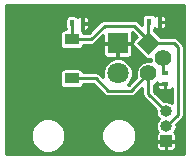
<source format=gbr>
G04 #@! TF.FileFunction,Copper,L2,Bot,Signal*
%FSLAX46Y46*%
G04 Gerber Fmt 4.6, Leading zero omitted, Abs format (unit mm)*
G04 Created by KiCad (PCBNEW 4.0.7-e2-6376~58~ubuntu16.04.1) date Sat Mar 17 19:01:17 2018*
%MOMM*%
%LPD*%
G01*
G04 APERTURE LIST*
%ADD10C,0.050000*%
%ADD11C,1.400000*%
%ADD12R,1.800000X1.800000*%
%ADD13C,1.800000*%
%ADD14R,1.000000X1.000000*%
%ADD15O,1.000000X1.000000*%
%ADD16R,0.400000X0.600000*%
%ADD17R,0.600000X0.400000*%
%ADD18R,1.200000X0.900000*%
%ADD19C,0.250000*%
G04 APERTURE END LIST*
D10*
G36*
X113000000Y-108710051D02*
X113989949Y-109700000D01*
X113000000Y-110689949D01*
X112010051Y-109700000D01*
X113000000Y-108710051D01*
X113000000Y-108710051D01*
G37*
D11*
X114270000Y-110970000D03*
X113000000Y-112240000D03*
D12*
X110400000Y-109700000D03*
D13*
X110400000Y-112240000D03*
D14*
X114500000Y-118000000D03*
D15*
X114500000Y-116730000D03*
X114500000Y-115460000D03*
D16*
X113050000Y-107900000D03*
X113950000Y-107900000D03*
D17*
X114400000Y-113150000D03*
X114400000Y-112250000D03*
D16*
X106550000Y-108000000D03*
X107450000Y-108000000D03*
D18*
X106500000Y-109350000D03*
X106500000Y-112650000D03*
D19*
X114500000Y-115460000D02*
X114460000Y-115460000D01*
X114460000Y-115460000D02*
X113000000Y-114000000D01*
X113000000Y-114000000D02*
X113000000Y-112240000D01*
X106500000Y-112650000D02*
X108550000Y-112650000D01*
X111540000Y-113700000D02*
X113000000Y-112240000D01*
X109600000Y-113700000D02*
X111540000Y-113700000D01*
X108550000Y-112650000D02*
X109600000Y-113700000D01*
X113000000Y-109700000D02*
X115200000Y-109700000D01*
X115500000Y-115730000D02*
X114500000Y-116730000D01*
X115500000Y-110000000D02*
X115500000Y-115730000D01*
X115200000Y-109700000D02*
X115500000Y-110000000D01*
X106500000Y-109350000D02*
X108150000Y-109350000D01*
X111800000Y-108200000D02*
X113000000Y-109400000D01*
X109300000Y-108200000D02*
X111800000Y-108200000D01*
X108150000Y-109350000D02*
X109300000Y-108200000D01*
X113000000Y-109700000D02*
X113000000Y-107950000D01*
X113000000Y-107950000D02*
X113050000Y-107900000D01*
X106550000Y-108000000D02*
X106550000Y-109300000D01*
X106550000Y-109300000D02*
X106500000Y-109350000D01*
X114270000Y-110970000D02*
X114270000Y-112120000D01*
X114270000Y-112120000D02*
X114400000Y-112250000D01*
G36*
X116050000Y-119050000D02*
X100950000Y-119050000D01*
X100950000Y-117792108D01*
X103024744Y-117792108D01*
X103248827Y-118334429D01*
X103663389Y-118749715D01*
X104205317Y-118974743D01*
X104792108Y-118975256D01*
X105334429Y-118751173D01*
X105749715Y-118336611D01*
X105974743Y-117794683D01*
X105974745Y-117792108D01*
X109024744Y-117792108D01*
X109248827Y-118334429D01*
X109663389Y-118749715D01*
X110205317Y-118974743D01*
X110792108Y-118975256D01*
X111334429Y-118751173D01*
X111749715Y-118336611D01*
X111845369Y-118106250D01*
X113675000Y-118106250D01*
X113675000Y-118564647D01*
X113724479Y-118684098D01*
X113815903Y-118775522D01*
X113935354Y-118825000D01*
X114393750Y-118825000D01*
X114475000Y-118743750D01*
X114475000Y-118025000D01*
X114525000Y-118025000D01*
X114525000Y-118743750D01*
X114606250Y-118825000D01*
X115064646Y-118825000D01*
X115184097Y-118775522D01*
X115275521Y-118684098D01*
X115325000Y-118564647D01*
X115325000Y-118106250D01*
X115243750Y-118025000D01*
X114525000Y-118025000D01*
X114475000Y-118025000D01*
X113756250Y-118025000D01*
X113675000Y-118106250D01*
X111845369Y-118106250D01*
X111974743Y-117794683D01*
X111975256Y-117207892D01*
X111751173Y-116665571D01*
X111336611Y-116250285D01*
X110794683Y-116025257D01*
X110207892Y-116024744D01*
X109665571Y-116248827D01*
X109250285Y-116663389D01*
X109025257Y-117205317D01*
X109024744Y-117792108D01*
X105974745Y-117792108D01*
X105975256Y-117207892D01*
X105751173Y-116665571D01*
X105336611Y-116250285D01*
X104794683Y-116025257D01*
X104207892Y-116024744D01*
X103665571Y-116248827D01*
X103250285Y-116663389D01*
X103025257Y-117205317D01*
X103024744Y-117792108D01*
X100950000Y-117792108D01*
X100950000Y-108900000D01*
X105517654Y-108900000D01*
X105517654Y-109800000D01*
X105543802Y-109938966D01*
X105625931Y-110066599D01*
X105751246Y-110152223D01*
X105900000Y-110182346D01*
X107100000Y-110182346D01*
X107238966Y-110156198D01*
X107366599Y-110074069D01*
X107452223Y-109948754D01*
X107472221Y-109850000D01*
X108150000Y-109850000D01*
X108341342Y-109811940D01*
X108349857Y-109806250D01*
X109175000Y-109806250D01*
X109175000Y-110664646D01*
X109224478Y-110784097D01*
X109315902Y-110875521D01*
X109435353Y-110925000D01*
X110293750Y-110925000D01*
X110375000Y-110843750D01*
X110375000Y-109725000D01*
X110425000Y-109725000D01*
X110425000Y-110843750D01*
X110506250Y-110925000D01*
X111364647Y-110925000D01*
X111484098Y-110875521D01*
X111575522Y-110784097D01*
X111625000Y-110664646D01*
X111625000Y-109806250D01*
X111543750Y-109725000D01*
X110425000Y-109725000D01*
X110375000Y-109725000D01*
X109256250Y-109725000D01*
X109175000Y-109806250D01*
X108349857Y-109806250D01*
X108503553Y-109703553D01*
X109175000Y-109032107D01*
X109175000Y-109593750D01*
X109256250Y-109675000D01*
X110375000Y-109675000D01*
X110375000Y-109655000D01*
X110425000Y-109655000D01*
X110425000Y-109675000D01*
X111543750Y-109675000D01*
X111625000Y-109593750D01*
X111625000Y-108735354D01*
X111622703Y-108729810D01*
X112031113Y-109138220D01*
X111739692Y-109429641D01*
X111659917Y-109546394D01*
X111627741Y-109694718D01*
X111655807Y-109843874D01*
X111739692Y-109970359D01*
X112729641Y-110960308D01*
X112846394Y-111040083D01*
X112994718Y-111072259D01*
X113143874Y-111044193D01*
X113194965Y-111010310D01*
X113194829Y-111165170D01*
X112787107Y-111164814D01*
X112391857Y-111328128D01*
X112089191Y-111630267D01*
X111925187Y-112025231D01*
X111924814Y-112452893D01*
X111970188Y-112562706D01*
X111332894Y-113200000D01*
X111243021Y-113200000D01*
X111480262Y-112963173D01*
X111674778Y-112494726D01*
X111675221Y-111987499D01*
X111481523Y-111518714D01*
X111123173Y-111159738D01*
X110654726Y-110965222D01*
X110147499Y-110964779D01*
X109678714Y-111158477D01*
X109319738Y-111516827D01*
X109125222Y-111985274D01*
X109124779Y-112492501D01*
X109142503Y-112535397D01*
X108903553Y-112296447D01*
X108741342Y-112188060D01*
X108550000Y-112150000D01*
X107472938Y-112150000D01*
X107456198Y-112061034D01*
X107374069Y-111933401D01*
X107248754Y-111847777D01*
X107100000Y-111817654D01*
X105900000Y-111817654D01*
X105761034Y-111843802D01*
X105633401Y-111925931D01*
X105547777Y-112051246D01*
X105517654Y-112200000D01*
X105517654Y-113100000D01*
X105543802Y-113238966D01*
X105625931Y-113366599D01*
X105751246Y-113452223D01*
X105900000Y-113482346D01*
X107100000Y-113482346D01*
X107238966Y-113456198D01*
X107366599Y-113374069D01*
X107452223Y-113248754D01*
X107472221Y-113150000D01*
X108342894Y-113150000D01*
X109246446Y-114053553D01*
X109408658Y-114161940D01*
X109600000Y-114200000D01*
X111540000Y-114200000D01*
X111731342Y-114161940D01*
X111893553Y-114053553D01*
X112500000Y-113447106D01*
X112500000Y-114000000D01*
X112532212Y-114161940D01*
X112538060Y-114191342D01*
X112646447Y-114353553D01*
X113631921Y-115339027D01*
X113607858Y-115460000D01*
X113674463Y-115794848D01*
X113864140Y-116078718D01*
X113888508Y-116095000D01*
X113864140Y-116111282D01*
X113674463Y-116395152D01*
X113607858Y-116730000D01*
X113674463Y-117064848D01*
X113795055Y-117245326D01*
X113724479Y-117315902D01*
X113675000Y-117435353D01*
X113675000Y-117893750D01*
X113756250Y-117975000D01*
X114475000Y-117975000D01*
X114475000Y-117955000D01*
X114525000Y-117955000D01*
X114525000Y-117975000D01*
X115243750Y-117975000D01*
X115325000Y-117893750D01*
X115325000Y-117435353D01*
X115275521Y-117315902D01*
X115204945Y-117245326D01*
X115325537Y-117064848D01*
X115392142Y-116730000D01*
X115361443Y-116575664D01*
X115853554Y-116083553D01*
X115961764Y-115921605D01*
X115961940Y-115921342D01*
X116000000Y-115730000D01*
X116000000Y-110000000D01*
X115961940Y-109808658D01*
X115853553Y-109646447D01*
X115553553Y-109346447D01*
X115391342Y-109238060D01*
X115200000Y-109200000D01*
X114030667Y-109200000D01*
X113500000Y-108669333D01*
X113500000Y-108484750D01*
X113516599Y-108474069D01*
X113536023Y-108445642D01*
X113565903Y-108475522D01*
X113685354Y-108525000D01*
X113843750Y-108525000D01*
X113925000Y-108443750D01*
X113925000Y-107925000D01*
X113975000Y-107925000D01*
X113975000Y-108443750D01*
X114056250Y-108525000D01*
X114214646Y-108525000D01*
X114334097Y-108475522D01*
X114425521Y-108384098D01*
X114475000Y-108264647D01*
X114475000Y-108006250D01*
X114393750Y-107925000D01*
X113975000Y-107925000D01*
X113925000Y-107925000D01*
X113905000Y-107925000D01*
X113905000Y-107875000D01*
X113925000Y-107875000D01*
X113925000Y-107356250D01*
X113975000Y-107356250D01*
X113975000Y-107875000D01*
X114393750Y-107875000D01*
X114475000Y-107793750D01*
X114475000Y-107535353D01*
X114425521Y-107415902D01*
X114334097Y-107324478D01*
X114214646Y-107275000D01*
X114056250Y-107275000D01*
X113975000Y-107356250D01*
X113925000Y-107356250D01*
X113843750Y-107275000D01*
X113685354Y-107275000D01*
X113565903Y-107324478D01*
X113536955Y-107353426D01*
X113524069Y-107333401D01*
X113398754Y-107247777D01*
X113250000Y-107217654D01*
X112850000Y-107217654D01*
X112711034Y-107243802D01*
X112583401Y-107325931D01*
X112497777Y-107451246D01*
X112467654Y-107600000D01*
X112467654Y-108160548D01*
X112153553Y-107846447D01*
X111991342Y-107738060D01*
X111800000Y-107700000D01*
X109300000Y-107700000D01*
X109108658Y-107738060D01*
X109043686Y-107781474D01*
X108946447Y-107846446D01*
X107942894Y-108850000D01*
X107472938Y-108850000D01*
X107456198Y-108761034D01*
X107374069Y-108633401D01*
X107351066Y-108617684D01*
X107425000Y-108543750D01*
X107425000Y-108025000D01*
X107475000Y-108025000D01*
X107475000Y-108543750D01*
X107556250Y-108625000D01*
X107714646Y-108625000D01*
X107834097Y-108575522D01*
X107925521Y-108484098D01*
X107975000Y-108364647D01*
X107975000Y-108106250D01*
X107893750Y-108025000D01*
X107475000Y-108025000D01*
X107425000Y-108025000D01*
X107405000Y-108025000D01*
X107405000Y-107975000D01*
X107425000Y-107975000D01*
X107425000Y-107456250D01*
X107475000Y-107456250D01*
X107475000Y-107975000D01*
X107893750Y-107975000D01*
X107975000Y-107893750D01*
X107975000Y-107635353D01*
X107925521Y-107515902D01*
X107834097Y-107424478D01*
X107714646Y-107375000D01*
X107556250Y-107375000D01*
X107475000Y-107456250D01*
X107425000Y-107456250D01*
X107343750Y-107375000D01*
X107185354Y-107375000D01*
X107065903Y-107424478D01*
X107036955Y-107453426D01*
X107024069Y-107433401D01*
X106898754Y-107347777D01*
X106750000Y-107317654D01*
X106350000Y-107317654D01*
X106211034Y-107343802D01*
X106083401Y-107425931D01*
X105997777Y-107551246D01*
X105967654Y-107700000D01*
X105967654Y-108300000D01*
X105993802Y-108438966D01*
X106044436Y-108517654D01*
X105900000Y-108517654D01*
X105761034Y-108543802D01*
X105633401Y-108625931D01*
X105547777Y-108751246D01*
X105517654Y-108900000D01*
X100950000Y-108900000D01*
X100950000Y-106450000D01*
X116050000Y-106450000D01*
X116050000Y-119050000D01*
X116050000Y-119050000D01*
G37*
X116050000Y-119050000D02*
X100950000Y-119050000D01*
X100950000Y-117792108D01*
X103024744Y-117792108D01*
X103248827Y-118334429D01*
X103663389Y-118749715D01*
X104205317Y-118974743D01*
X104792108Y-118975256D01*
X105334429Y-118751173D01*
X105749715Y-118336611D01*
X105974743Y-117794683D01*
X105974745Y-117792108D01*
X109024744Y-117792108D01*
X109248827Y-118334429D01*
X109663389Y-118749715D01*
X110205317Y-118974743D01*
X110792108Y-118975256D01*
X111334429Y-118751173D01*
X111749715Y-118336611D01*
X111845369Y-118106250D01*
X113675000Y-118106250D01*
X113675000Y-118564647D01*
X113724479Y-118684098D01*
X113815903Y-118775522D01*
X113935354Y-118825000D01*
X114393750Y-118825000D01*
X114475000Y-118743750D01*
X114475000Y-118025000D01*
X114525000Y-118025000D01*
X114525000Y-118743750D01*
X114606250Y-118825000D01*
X115064646Y-118825000D01*
X115184097Y-118775522D01*
X115275521Y-118684098D01*
X115325000Y-118564647D01*
X115325000Y-118106250D01*
X115243750Y-118025000D01*
X114525000Y-118025000D01*
X114475000Y-118025000D01*
X113756250Y-118025000D01*
X113675000Y-118106250D01*
X111845369Y-118106250D01*
X111974743Y-117794683D01*
X111975256Y-117207892D01*
X111751173Y-116665571D01*
X111336611Y-116250285D01*
X110794683Y-116025257D01*
X110207892Y-116024744D01*
X109665571Y-116248827D01*
X109250285Y-116663389D01*
X109025257Y-117205317D01*
X109024744Y-117792108D01*
X105974745Y-117792108D01*
X105975256Y-117207892D01*
X105751173Y-116665571D01*
X105336611Y-116250285D01*
X104794683Y-116025257D01*
X104207892Y-116024744D01*
X103665571Y-116248827D01*
X103250285Y-116663389D01*
X103025257Y-117205317D01*
X103024744Y-117792108D01*
X100950000Y-117792108D01*
X100950000Y-108900000D01*
X105517654Y-108900000D01*
X105517654Y-109800000D01*
X105543802Y-109938966D01*
X105625931Y-110066599D01*
X105751246Y-110152223D01*
X105900000Y-110182346D01*
X107100000Y-110182346D01*
X107238966Y-110156198D01*
X107366599Y-110074069D01*
X107452223Y-109948754D01*
X107472221Y-109850000D01*
X108150000Y-109850000D01*
X108341342Y-109811940D01*
X108349857Y-109806250D01*
X109175000Y-109806250D01*
X109175000Y-110664646D01*
X109224478Y-110784097D01*
X109315902Y-110875521D01*
X109435353Y-110925000D01*
X110293750Y-110925000D01*
X110375000Y-110843750D01*
X110375000Y-109725000D01*
X110425000Y-109725000D01*
X110425000Y-110843750D01*
X110506250Y-110925000D01*
X111364647Y-110925000D01*
X111484098Y-110875521D01*
X111575522Y-110784097D01*
X111625000Y-110664646D01*
X111625000Y-109806250D01*
X111543750Y-109725000D01*
X110425000Y-109725000D01*
X110375000Y-109725000D01*
X109256250Y-109725000D01*
X109175000Y-109806250D01*
X108349857Y-109806250D01*
X108503553Y-109703553D01*
X109175000Y-109032107D01*
X109175000Y-109593750D01*
X109256250Y-109675000D01*
X110375000Y-109675000D01*
X110375000Y-109655000D01*
X110425000Y-109655000D01*
X110425000Y-109675000D01*
X111543750Y-109675000D01*
X111625000Y-109593750D01*
X111625000Y-108735354D01*
X111622703Y-108729810D01*
X112031113Y-109138220D01*
X111739692Y-109429641D01*
X111659917Y-109546394D01*
X111627741Y-109694718D01*
X111655807Y-109843874D01*
X111739692Y-109970359D01*
X112729641Y-110960308D01*
X112846394Y-111040083D01*
X112994718Y-111072259D01*
X113143874Y-111044193D01*
X113194965Y-111010310D01*
X113194829Y-111165170D01*
X112787107Y-111164814D01*
X112391857Y-111328128D01*
X112089191Y-111630267D01*
X111925187Y-112025231D01*
X111924814Y-112452893D01*
X111970188Y-112562706D01*
X111332894Y-113200000D01*
X111243021Y-113200000D01*
X111480262Y-112963173D01*
X111674778Y-112494726D01*
X111675221Y-111987499D01*
X111481523Y-111518714D01*
X111123173Y-111159738D01*
X110654726Y-110965222D01*
X110147499Y-110964779D01*
X109678714Y-111158477D01*
X109319738Y-111516827D01*
X109125222Y-111985274D01*
X109124779Y-112492501D01*
X109142503Y-112535397D01*
X108903553Y-112296447D01*
X108741342Y-112188060D01*
X108550000Y-112150000D01*
X107472938Y-112150000D01*
X107456198Y-112061034D01*
X107374069Y-111933401D01*
X107248754Y-111847777D01*
X107100000Y-111817654D01*
X105900000Y-111817654D01*
X105761034Y-111843802D01*
X105633401Y-111925931D01*
X105547777Y-112051246D01*
X105517654Y-112200000D01*
X105517654Y-113100000D01*
X105543802Y-113238966D01*
X105625931Y-113366599D01*
X105751246Y-113452223D01*
X105900000Y-113482346D01*
X107100000Y-113482346D01*
X107238966Y-113456198D01*
X107366599Y-113374069D01*
X107452223Y-113248754D01*
X107472221Y-113150000D01*
X108342894Y-113150000D01*
X109246446Y-114053553D01*
X109408658Y-114161940D01*
X109600000Y-114200000D01*
X111540000Y-114200000D01*
X111731342Y-114161940D01*
X111893553Y-114053553D01*
X112500000Y-113447106D01*
X112500000Y-114000000D01*
X112532212Y-114161940D01*
X112538060Y-114191342D01*
X112646447Y-114353553D01*
X113631921Y-115339027D01*
X113607858Y-115460000D01*
X113674463Y-115794848D01*
X113864140Y-116078718D01*
X113888508Y-116095000D01*
X113864140Y-116111282D01*
X113674463Y-116395152D01*
X113607858Y-116730000D01*
X113674463Y-117064848D01*
X113795055Y-117245326D01*
X113724479Y-117315902D01*
X113675000Y-117435353D01*
X113675000Y-117893750D01*
X113756250Y-117975000D01*
X114475000Y-117975000D01*
X114475000Y-117955000D01*
X114525000Y-117955000D01*
X114525000Y-117975000D01*
X115243750Y-117975000D01*
X115325000Y-117893750D01*
X115325000Y-117435353D01*
X115275521Y-117315902D01*
X115204945Y-117245326D01*
X115325537Y-117064848D01*
X115392142Y-116730000D01*
X115361443Y-116575664D01*
X115853554Y-116083553D01*
X115961764Y-115921605D01*
X115961940Y-115921342D01*
X116000000Y-115730000D01*
X116000000Y-110000000D01*
X115961940Y-109808658D01*
X115853553Y-109646447D01*
X115553553Y-109346447D01*
X115391342Y-109238060D01*
X115200000Y-109200000D01*
X114030667Y-109200000D01*
X113500000Y-108669333D01*
X113500000Y-108484750D01*
X113516599Y-108474069D01*
X113536023Y-108445642D01*
X113565903Y-108475522D01*
X113685354Y-108525000D01*
X113843750Y-108525000D01*
X113925000Y-108443750D01*
X113925000Y-107925000D01*
X113975000Y-107925000D01*
X113975000Y-108443750D01*
X114056250Y-108525000D01*
X114214646Y-108525000D01*
X114334097Y-108475522D01*
X114425521Y-108384098D01*
X114475000Y-108264647D01*
X114475000Y-108006250D01*
X114393750Y-107925000D01*
X113975000Y-107925000D01*
X113925000Y-107925000D01*
X113905000Y-107925000D01*
X113905000Y-107875000D01*
X113925000Y-107875000D01*
X113925000Y-107356250D01*
X113975000Y-107356250D01*
X113975000Y-107875000D01*
X114393750Y-107875000D01*
X114475000Y-107793750D01*
X114475000Y-107535353D01*
X114425521Y-107415902D01*
X114334097Y-107324478D01*
X114214646Y-107275000D01*
X114056250Y-107275000D01*
X113975000Y-107356250D01*
X113925000Y-107356250D01*
X113843750Y-107275000D01*
X113685354Y-107275000D01*
X113565903Y-107324478D01*
X113536955Y-107353426D01*
X113524069Y-107333401D01*
X113398754Y-107247777D01*
X113250000Y-107217654D01*
X112850000Y-107217654D01*
X112711034Y-107243802D01*
X112583401Y-107325931D01*
X112497777Y-107451246D01*
X112467654Y-107600000D01*
X112467654Y-108160548D01*
X112153553Y-107846447D01*
X111991342Y-107738060D01*
X111800000Y-107700000D01*
X109300000Y-107700000D01*
X109108658Y-107738060D01*
X109043686Y-107781474D01*
X108946447Y-107846446D01*
X107942894Y-108850000D01*
X107472938Y-108850000D01*
X107456198Y-108761034D01*
X107374069Y-108633401D01*
X107351066Y-108617684D01*
X107425000Y-108543750D01*
X107425000Y-108025000D01*
X107475000Y-108025000D01*
X107475000Y-108543750D01*
X107556250Y-108625000D01*
X107714646Y-108625000D01*
X107834097Y-108575522D01*
X107925521Y-108484098D01*
X107975000Y-108364647D01*
X107975000Y-108106250D01*
X107893750Y-108025000D01*
X107475000Y-108025000D01*
X107425000Y-108025000D01*
X107405000Y-108025000D01*
X107405000Y-107975000D01*
X107425000Y-107975000D01*
X107425000Y-107456250D01*
X107475000Y-107456250D01*
X107475000Y-107975000D01*
X107893750Y-107975000D01*
X107975000Y-107893750D01*
X107975000Y-107635353D01*
X107925521Y-107515902D01*
X107834097Y-107424478D01*
X107714646Y-107375000D01*
X107556250Y-107375000D01*
X107475000Y-107456250D01*
X107425000Y-107456250D01*
X107343750Y-107375000D01*
X107185354Y-107375000D01*
X107065903Y-107424478D01*
X107036955Y-107453426D01*
X107024069Y-107433401D01*
X106898754Y-107347777D01*
X106750000Y-107317654D01*
X106350000Y-107317654D01*
X106211034Y-107343802D01*
X106083401Y-107425931D01*
X105997777Y-107551246D01*
X105967654Y-107700000D01*
X105967654Y-108300000D01*
X105993802Y-108438966D01*
X106044436Y-108517654D01*
X105900000Y-108517654D01*
X105761034Y-108543802D01*
X105633401Y-108625931D01*
X105547777Y-108751246D01*
X105517654Y-108900000D01*
X100950000Y-108900000D01*
X100950000Y-106450000D01*
X116050000Y-106450000D01*
X116050000Y-119050000D01*
G36*
X113775000Y-113043750D02*
X113856250Y-113125000D01*
X114375000Y-113125000D01*
X114375000Y-113105000D01*
X114425000Y-113105000D01*
X114425000Y-113125000D01*
X114445000Y-113125000D01*
X114445000Y-113175000D01*
X114425000Y-113175000D01*
X114425000Y-113593750D01*
X114506250Y-113675000D01*
X114764647Y-113675000D01*
X114884098Y-113625521D01*
X114975522Y-113534097D01*
X115000000Y-113475002D01*
X115000000Y-114750503D01*
X114851990Y-114651605D01*
X114517142Y-114585000D01*
X114482858Y-114585000D01*
X114323754Y-114616648D01*
X113500000Y-113792894D01*
X113500000Y-113256250D01*
X113775000Y-113256250D01*
X113775000Y-113414646D01*
X113824478Y-113534097D01*
X113915902Y-113625521D01*
X114035353Y-113675000D01*
X114293750Y-113675000D01*
X114375000Y-113593750D01*
X114375000Y-113175000D01*
X113856250Y-113175000D01*
X113775000Y-113256250D01*
X113500000Y-113256250D01*
X113500000Y-113196556D01*
X113608143Y-113151872D01*
X113775000Y-112985306D01*
X113775000Y-113043750D01*
X113775000Y-113043750D01*
G37*
X113775000Y-113043750D02*
X113856250Y-113125000D01*
X114375000Y-113125000D01*
X114375000Y-113105000D01*
X114425000Y-113105000D01*
X114425000Y-113125000D01*
X114445000Y-113125000D01*
X114445000Y-113175000D01*
X114425000Y-113175000D01*
X114425000Y-113593750D01*
X114506250Y-113675000D01*
X114764647Y-113675000D01*
X114884098Y-113625521D01*
X114975522Y-113534097D01*
X115000000Y-113475002D01*
X115000000Y-114750503D01*
X114851990Y-114651605D01*
X114517142Y-114585000D01*
X114482858Y-114585000D01*
X114323754Y-114616648D01*
X113500000Y-113792894D01*
X113500000Y-113256250D01*
X113775000Y-113256250D01*
X113775000Y-113414646D01*
X113824478Y-113534097D01*
X113915902Y-113625521D01*
X114035353Y-113675000D01*
X114293750Y-113675000D01*
X114375000Y-113593750D01*
X114375000Y-113175000D01*
X113856250Y-113175000D01*
X113775000Y-113256250D01*
X113500000Y-113256250D01*
X113500000Y-113196556D01*
X113608143Y-113151872D01*
X113775000Y-112985306D01*
X113775000Y-113043750D01*
M02*

</source>
